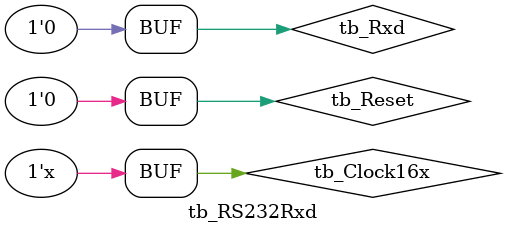
<source format=v>
`timescale 1ns / 1ps

module tb_RS232Rxd;

	// Inputs
	reg tb_Reset;
	reg tb_Clock16x;
	reg tb_Rxd;

	// Outputs
	wire [7:0] tb_DataOut1;
	wire [7:0] tb_DataOut2;

	// Instantiate the Unit Under Test (UUT)
	RS232Rxd uut (
		.Reset(tb_Reset), 
		.Clock16x(tb_Clock16x), 
		.Rxd(tb_Rxd), 
		.DataOut1(tb_DataOut1), 
		.DataOut2(tb_DataOut2)
	);

	always begin
		#1 tb_Clock16x = !tb_Clock16x;
	end

	initial begin
		// Initialize Inputs
		tb_Reset = 0;
		tb_Clock16x = 0;
		tb_Rxd = 0;

		// Wait 100 ns for global reset to finish
		#100;
        
		// Add stimulus here

	end
      
endmodule


</source>
